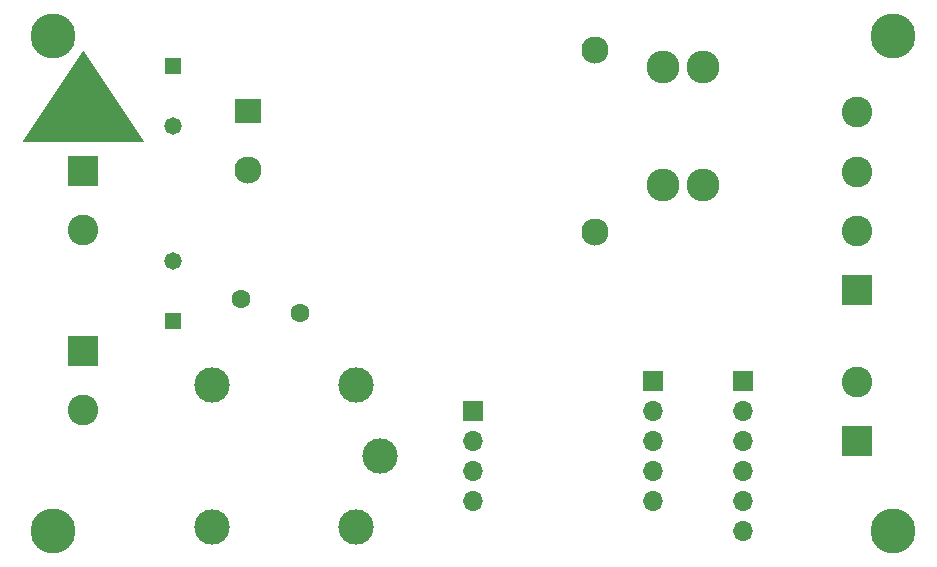
<source format=gbr>
G04 #@! TF.GenerationSoftware,KiCad,Pcbnew,5.99.0-unknown-9aa9857685~131~ubuntu21.04.1*
G04 #@! TF.CreationDate,2021-08-15T16:35:45-05:00*
G04 #@! TF.ProjectId,LED_Pro,4c45445f-5072-46f2-9e6b-696361645f70,rev?*
G04 #@! TF.SameCoordinates,Original*
G04 #@! TF.FileFunction,Soldermask,Bot*
G04 #@! TF.FilePolarity,Negative*
%FSLAX46Y46*%
G04 Gerber Fmt 4.6, Leading zero omitted, Abs format (unit mm)*
G04 Created by KiCad (PCBNEW 5.99.0-unknown-9aa9857685~131~ubuntu21.04.1) date 2021-08-15 16:35:45*
%MOMM*%
%LPD*%
G01*
G04 APERTURE LIST*
%ADD10C,0.100000*%
%ADD11C,3.800000*%
%ADD12C,3.000000*%
%ADD13R,2.300000X2.000000*%
%ADD14C,2.300000*%
%ADD15C,2.780000*%
%ADD16R,2.600000X2.600000*%
%ADD17C,2.600000*%
%ADD18R,1.700000X1.700000*%
%ADD19O,1.700000X1.700000*%
%ADD20C,1.600000*%
%ADD21R,1.473200X1.473200*%
%ADD22C,1.473200*%
G04 APERTURE END LIST*
D10*
X91440000Y-74930000D02*
X81280000Y-74930000D01*
X81280000Y-74930000D02*
X82550000Y-73025000D01*
X82550000Y-73025000D02*
X86360000Y-67310000D01*
X86360000Y-67310000D02*
X91440000Y-74930000D01*
G36*
X91440000Y-74930000D02*
G01*
X81280000Y-74930000D01*
X86360000Y-67310000D01*
X91440000Y-74930000D01*
G37*
X91440000Y-74930000D02*
X81280000Y-74930000D01*
X86360000Y-67310000D01*
X91440000Y-74930000D01*
D11*
X83820000Y-107950000D03*
D12*
X111497500Y-101600000D03*
X97297500Y-107600000D03*
X97297500Y-95600000D03*
X109497500Y-95600000D03*
X109497500Y-107600000D03*
D13*
X100330000Y-72390000D03*
D14*
X100330000Y-77390000D03*
X129730000Y-67190000D03*
X129730000Y-82590000D03*
D15*
X135460000Y-68700000D03*
X138860000Y-68700000D03*
X135460000Y-78620000D03*
X138860000Y-78620000D03*
D16*
X86360000Y-77470000D03*
D17*
X86360000Y-82470000D03*
D16*
X86360000Y-92710000D03*
D17*
X86360000Y-97710000D03*
D16*
X151900000Y-100290000D03*
D17*
X151900000Y-95290000D03*
D16*
X151900000Y-87510000D03*
D17*
X151900000Y-82510000D03*
X151900000Y-77510000D03*
X151900000Y-72510000D03*
D18*
X142240000Y-95250000D03*
D19*
X142240000Y-97790000D03*
X142240000Y-100330000D03*
X142240000Y-102870000D03*
X142240000Y-105410000D03*
X142240000Y-107950000D03*
D18*
X119380000Y-97795000D03*
D19*
X119380000Y-100335000D03*
X119380000Y-102875000D03*
X119380000Y-105415000D03*
D18*
X134620000Y-95255000D03*
D19*
X134620000Y-97795000D03*
X134620000Y-100335000D03*
X134620000Y-102875000D03*
X134620000Y-105415000D03*
D20*
X104735000Y-89525000D03*
X99735000Y-88275000D03*
D21*
X93980000Y-68580000D03*
D22*
X93980000Y-73660000D03*
D21*
X93980000Y-90170000D03*
D22*
X93980000Y-85090000D03*
D11*
X154940000Y-107950000D03*
X83820000Y-66040000D03*
X154940000Y-66040000D03*
M02*

</source>
